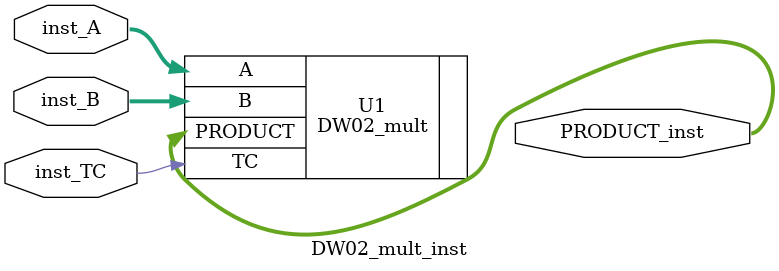
<source format=v>
module DW02_mult_inst( inst_A, inst_B, inst_TC, PRODUCT_inst );

  parameter A_width = 8;
  parameter B_width = 8;

  input [A_width-1 : 0] inst_A;
  input [B_width-1 : 0] inst_B;
  input inst_TC;
  output [A_width+B_width-1 : 0] PRODUCT_inst;

  // Instance of DW02_mult
  DW02_mult #(A_width, B_width)
    U1 ( .A(inst_A), .B(inst_B), .TC(inst_TC), .PRODUCT(PRODUCT_inst) );

endmodule


</source>
